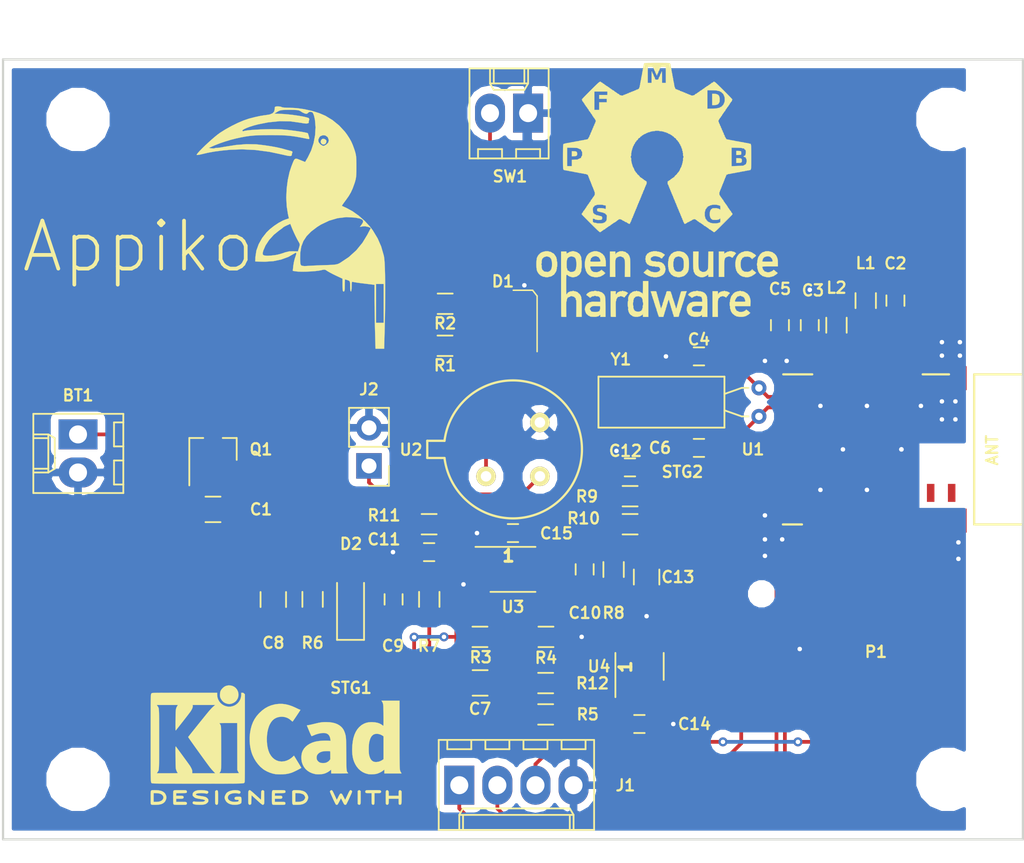
<source format=kicad_pcb>
(kicad_pcb (version 4) (host pcbnew 4.0.7)
  (layers (0 F.Cu signal) (31 B.Cu signal) (34 B.Paste user) (35 F.Paste user) (36 B.SilkS user) (37 F.SilkS user) (38 B.Mask user) (39 F.Mask user) (44 Edge.Cuts user))
  (net 0 "")
  (net 1 "Net-(BT1-Pad1)")
  (net 2 GND)
  (net 3 VDD)
  (net 4 /DEC4)
  (net 5 /LFCLK_XL1)
  (net 6 /LFCLK_XL2)
  (net 7 "Net-(C7-Pad1)")
  (net 8 /OUT_A)
  (net 9 "Net-(C8-Pad1)")
  (net 10 "Net-(C9-Pad2)")
  (net 11 "Net-(C10-Pad1)")
  (net 12 "Net-(C10-Pad2)")
  (net 13 /PIR_OUT)
  (net 14 /AMP_SIGNAL)
  (net 15 /AMP_OFFSET)
  (net 16 /LED_SENSE)
  (net 17 "Net-(D1-Pad2)")
  (net 18 "Net-(L1-Pad2)")
  (net 19 /DCC)
  (net 20 /GPIO2)
  (net 21 /GPIO1)
  (net 22 /TX)
  (net 23 /RX)
  (net 24 /RESET)
  (net 25 /SWDCLK)
  (net 26 /SWDIO)
  (net 27 /LED_RED)
  (net 28 /LED_GREEN)
  (net 29 /AMP_REF)
  (net 30 /BUTTON)
  (net 31 "Net-(U1-Pad41)")
  (net 32 "Net-(U1-Pad40)")
  (net 33 "Net-(U1-Pad38)")
  (net 34 "Net-(U1-Pad30)")
  (net 35 "Net-(U1-Pad29)")
  (net 36 /AUDIO_JACK_IO)
  (net 37 /FOCUS)
  (net 38 /TRIGGER)
  (net 39 "Net-(U1-Pad23)")
  (net 40 "Net-(U1-Pad22)")
  (net 41 "Net-(U1-Pad21)")
  (net 42 /MCP4012T_CS)
  (net 43 /MCP4012T_U/d)
  (net 44 "Net-(U1-Pad16)")
  (net 45 "Net-(U1-Pad15)")
  (net 46 "Net-(R12-Pad1)")
  (net 47 "Net-(U1-Pad7)")
  (net 48 "Net-(U1-Pad6)")
  (net 49 "Net-(U1-Pad28)")
  (module sense_rev3_fp:LOGO (layer F.Cu) (at 123.18 90.21)
    (fp_text reference "" hide)
    (fp_text value "" hide)
    (fp_text user Appiko (at -10.16 1.27) (layer F.SilkS) (effects (font (size 3.2 3.2) (thickness 0.25))))
  )
  (module sense_rev3_fp:prog_connect (layer F.Cu) (at 162.2 115.9 180)
    (fp_text reference P1 (at 0 -2.6 360) (layer F.SilkS) (effects (font (size 0.75 0.75))))
    (fp_text value CONN_02X05)
    (pad "" np_thru_hole circle (at 7.62 1.27 180) (size 0.8 0.8) (drill 0.8) (layers *.Cu *.Mask))
    (pad "" np_thru_hole circle (at -7.62 -1.27 180) (size 0.8 0.8) (drill 0.8) (layers *.Cu *.Mask))
    (pad 1 connect circle (at -5.08 1.27 180) (size 1 1) (layers F.Cu F.Mask) (net 26 /SWDIO))
    (pad 3 connect circle (at -2.54 1.27 180) (size 1 1) (layers F.Cu F.Mask) (net 25 /SWDCLK))
    (pad 5 connect circle (at 0 1.27 180) (size 1 1) (layers F.Cu F.Mask) (net 24 /RESET))
    (pad 7 connect circle (at 2.54 1.27 180) (size 1 1) (layers F.Cu F.Mask) (net 20 /GPIO2))
    (pad 9 connect circle (at 5.08 1.27 180) (size 1 1) (layers F.Cu F.Mask) (net 2 GND))
    (pad 10 connect circle (at 5.08 -1.27 180) (size 1 1) (layers F.Cu F.Mask) (net 2 GND))
    (pad 8 connect circle (at 2.54 -1.27 180) (size 1 1) (layers F.Cu F.Mask) (net 23 /RX))
    (pad 6 connect circle (at 0 -1.27 180) (size 1 1) (layers F.Cu F.Mask) (net 21 /GPIO1))
    (pad 4 connect circle (at -2.54 -1.27 180) (size 1 1) (layers F.Cu F.Mask) (net 3 VDD))
    (pad 2 connect circle (at -5.08 -1.27 180) (size 1 1) (layers F.Cu F.Mask) (net 22 /TX))
    (pad "" np_thru_hole circle (at -7.62 1.27 180) (size 0.8 0.8) (drill 0.8) (layers *.Cu *.Mask))
  )
  (module Capacitors_SMD:C_0805_HandSoldering (layer F.Cu) (at 146.91 113.51 90)
    (fp_text reference C13 (at 0 2.09 180) (layer F.SilkS) (effects (font (size 0.75 0.75))))
    (fp_text value 22uF)
    (pad 1 smd rect (at -1.25 0 90) (size 1.5 1.25) (layers F.Cu F.Paste F.Mask) (net 2 GND))
    (pad 2 smd rect (at 1.25 0 90) (size 1.5 1.25) (layers F.Cu F.Paste F.Mask) (net 15 /AMP_OFFSET))
  )
  (module Pin_Headers:Pin_Header_Straight_1x02_Pitch2.54mm (layer F.Cu) (at 128.4 106.1 180)
    (fp_text reference J2 (at 0 5.1 360) (layer F.SilkS) (effects (font (size 0.75 0.75))))
    (fp_text value Conn_01x02)
    (pad 1 thru_hole rect (at 0 0 180) (size 1.7 1.7) (drill 1) (layers *.Cu *.Mask) (net 13 /PIR_OUT))
    (pad 2 thru_hole oval (at 0 2.54 180) (size 1.7 1.7) (drill 1) (layers *.Cu *.Mask) (net 2 GND))
  )
  (module Resistors_SMD:R_0603_HandSoldering (layer F.Cu) (at 132.42 115 90)
    (fp_text reference R7 (at -3.1 -0.02 180) (layer F.SilkS) (effects (font (size 0.75 0.75))))
    (fp_text value 1M5)
    (pad 1 smd rect (at -1.1 0 90) (size 1.2 0.9) (layers F.Cu F.Paste F.Mask) (net 8 /OUT_A))
    (pad 2 smd rect (at 1.1 0 90) (size 1.2 0.9) (layers F.Cu F.Paste F.Mask) (net 10 "Net-(C9-Pad2)"))
  )
  (module TO_SOT_Packages_SMD:SOT-23-6_Handsoldering (layer F.Cu) (at 146.44 119.47 90)
    (fp_text reference U4 (at 0 -2.7 180) (layer F.SilkS) (effects (font (size 0.75 0.75))))
    (fp_text value MCP4012T-503E/CH)
    (pad 1 smd rect (at -1.35 -0.95 90) (size 1.56 0.65) (layers F.Cu F.Paste F.Mask) (net 3 VDD))
    (pad 2 smd rect (at -1.35 0 90) (size 1.56 0.65) (layers F.Cu F.Paste F.Mask) (net 2 GND))
    (pad 3 smd rect (at -1.35 0.95 90) (size 1.56 0.65) (layers F.Cu F.Paste F.Mask) (net 42 /MCP4012T_CS))
    (pad 4 smd rect (at 1.35 0.95 90) (size 1.56 0.65) (layers F.Cu F.Paste F.Mask) (net 43 /MCP4012T_U/d))
    (pad 6 smd rect (at 1.35 -0.95 90) (size 1.56 0.65) (layers F.Cu F.Paste F.Mask) (net 46 "Net-(R12-Pad1)"))
    (pad 5 smd rect (at 1.35 0 90) (size 1.56 0.65) (layers F.Cu F.Paste F.Mask) (net 12 "Net-(C10-Pad2)"))
  )
  (module Diodes_SMD:D_MicroMELF_Hadsoldering (layer F.Cu) (at 127.17 115 90)
    (fp_text reference D2 (at 3.7 0.03 180) (layer F.SilkS) (effects (font (size 0.75 0.75))))
    (fp_text value 1N4148)
    (pad 1 smd rect (at -1.45 0 90) (size 2.2 1.5) (layers F.Cu F.Paste F.Mask) (net 8 /OUT_A))
    (pad 2 smd rect (at 1.45 0 90) (size 2.2 1.5) (layers F.Cu F.Paste F.Mask) (net 10 "Net-(C9-Pad2)"))
  )
  (module Connectors_Molex:Molex_KK-6410-02_02x2.54mm_Straight (layer F.Cu) (at 109 104 270)
    (fp_text reference BT1 (at -2.6 0 360) (layer F.SilkS) (effects (font (size 0.75 0.75))))
    (fp_text value Battery)
    (pad 1 thru_hole rect (at 0 0 270) (size 2 2.6) (drill 1.2) (layers *.Cu *.Mask) (net 1 "Net-(BT1-Pad1)"))
    (pad 2 thru_hole oval (at 2.54 0 270) (size 2 2.6) (drill 1.2) (layers *.Cu *.Mask) (net 2 GND))
  )
  (module Mounting_Holes:MountingHole_3.2mm_M3 (layer F.Cu) (at 109 127)
    (fp_text reference "" (at 0 -4.2) (layer F.SilkS) (effects (font (size 0.75 0.75))))
    (fp_text value Mounting_Hole)
    (pad 1 np_thru_hole circle (at 0 0) (size 3.2 3.2) (drill 3.2) (layers *.Cu *.Mask))
  )
  (module Mounting_Holes:MountingHole_3.2mm_M3 (layer F.Cu) (at 109 83)
    (fp_text reference "" (at -0.6 -7.7) (layer F.SilkS) (effects (font (size 0.75 0.75))))
    (fp_text value Mounting_Hole)
    (pad 1 np_thru_hole circle (at 0 0) (size 3.2 3.2) (drill 3.2) (layers *.Cu *.Mask))
  )
  (module Mounting_Holes:MountingHole_3.2mm_M3 (layer F.Cu) (at 167 83)
    (fp_text reference "" (at 0 -4.2) (layer F.SilkS) (effects (font (size 0.75 0.75))))
    (fp_text value Mounting_Hole)
    (pad 1 np_thru_hole circle (at 0 0) (size 3.2 3.2) (drill 3.2) (layers *.Cu *.Mask))
  )
  (module Mounting_Holes:MountingHole_3.2mm_M3 (layer F.Cu) (at 167 127)
    (fp_text reference "" (at 0 -4.2) (layer F.SilkS) (effects (font (size 0.75 0.75))))
    (fp_text value Mounting_Hole)
    (pad 1 np_thru_hole circle (at 0 0) (size 3.2 3.2) (drill 3.2) (layers *.Cu *.Mask))
  )
  (module TO_SOT_Packages_SMD:SOT-23_Handsoldering (layer F.Cu) (at 118 105 90)
    (fp_text reference Q1 (at 0 3.2 180) (layer F.SilkS) (effects (font (size 0.75 0.75))))
    (fp_text value Q_PMOS_DGS)
    (pad 1 smd rect (at -1.5 -0.95 90) (size 1.9 0.8) (layers F.Cu F.Paste F.Mask) (net 2 GND))
    (pad 2 smd rect (at -1.5 0.95 90) (size 1.9 0.8) (layers F.Cu F.Paste F.Mask) (net 3 VDD))
    (pad 3 smd rect (at 1.5 0 90) (size 1.9 0.8) (layers F.Cu F.Paste F.Mask) (net 1 "Net-(BT1-Pad1)"))
  )
  (module Connectors_Molex:Molex_KK-6410-02_02x2.54mm_Straight (layer F.Cu) (at 139.01 82.58 180)
    (fp_text reference SW1 (at 1.21 -4.22 180) (layer F.SilkS) (effects (font (size 0.75 0.75))))
    (fp_text value SW_SPST)
    (pad 1 thru_hole rect (at 0 0 180) (size 2 2.6) (drill 1.2) (layers *.Cu *.Mask) (net 2 GND))
    (pad 2 thru_hole oval (at 2.54 0 180) (size 2 2.6) (drill 1.2) (layers *.Cu *.Mask) (net 30 /BUTTON))
  )
  (module Measurement_Points:Measurement_Point_Round-SMD-Pad_Small (layer F.Cu) (at 127.16 119.22)
    (fp_text reference STG1 (at 0.04 1.68) (layer F.SilkS) (effects (font (size 0.75 0.75))))
    (fp_text value TEST)
    (pad 1 smd circle (at 0 0) (size 1.5 1.5) (layers F.Cu F.Mask) (net 8 /OUT_A))
  )
  (module Measurement_Points:Measurement_Point_Round-SMD-Pad_Small (layer F.Cu) (at 149.18 108.12)
    (fp_text reference STG2 (at 0.12 -1.62) (layer F.SilkS) (effects (font (size 0.75 0.75))))
    (fp_text value TEST)
    (pad 1 smd circle (at 0 0) (size 1.5 1.5) (layers F.Cu F.Mask) (net 14 /AMP_SIGNAL))
  )
  (module sense_rev3_fp:mdbt42Q (layer F.Cu) (at 162.5 105 270)
    (fp_text reference U1 (at 0 8.5 360) (layer F.SilkS) (effects (font (size 0.75 0.75))))
    (fp_text value MDBT42Q hide)
    (fp_text user ANT (at 0.05 -7.45 270) (layer F.SilkS) (effects (font (size 0.75 0.75))))
    (pad 41 smd rect (at 2.9 -3.35 270) (size 1.2 0.5) (layers F.Cu F.Paste F.Mask) (net 31 "Net-(U1-Pad41)"))
    (pad 40 smd rect (at 2.9 -4.75 270) (size 1.2 0.5) (layers F.Cu F.Paste F.Mask) (net 32 "Net-(U1-Pad40)"))
    (pad 39 smd rect (at 4.75 -5.3 270) (size 1.6 0.9) (layers F.Cu F.Paste F.Mask) (net 2 GND))
    (pad 38 smd rect (at 4.75 -4.4 270) (size 1.6 0.5) (layers F.Cu F.Paste F.Mask) (net 33 "Net-(U1-Pad38)"))
    (pad 37 smd rect (at 4.75 -3.7 270) (size 1.6 0.5) (layers F.Cu F.Paste F.Mask) (net 26 /SWDIO))
    (pad 36 smd rect (at 4.75 -3 270) (size 1.6 0.5) (layers F.Cu F.Paste F.Mask) (net 25 /SWDCLK))
    (pad 35 smd rect (at 4.75 -2.3 270) (size 1.6 0.5) (layers F.Cu F.Paste F.Mask) (net 24 /RESET))
    (pad 34 smd rect (at 4.75 -1.6 270) (size 1.6 0.5) (layers F.Cu F.Paste F.Mask) (net 22 /TX))
    (pad 33 smd rect (at 4.75 -0.9 270) (size 1.6 0.5) (layers F.Cu F.Paste F.Mask) (net 21 /GPIO1))
    (pad 32 smd rect (at 4.75 -0.2 270) (size 1.6 0.5) (layers F.Cu F.Paste F.Mask) (net 20 /GPIO2))
    (pad 31 smd rect (at 4.75 0.5 270) (size 1.6 0.5) (layers F.Cu F.Paste F.Mask) (net 23 /RX))
    (pad 30 smd rect (at 4.75 1.2 270) (size 1.6 0.5) (layers F.Cu F.Paste F.Mask) (net 34 "Net-(U1-Pad30)"))
    (pad 29 smd rect (at 4.75 1.9 270) (size 1.6 0.5) (layers F.Cu F.Paste F.Mask) (net 35 "Net-(U1-Pad29)"))
    (pad 28 smd rect (at 4.75 2.6 270) (size 1.6 0.5) (layers F.Cu F.Paste F.Mask) (net 49 "Net-(U1-Pad28)"))
    (pad 27 smd rect (at 4.75 3.3 270) (size 1.6 0.5) (layers F.Cu F.Paste F.Mask) (net 38 /TRIGGER))
    (pad 26 smd rect (at 4.75 4 270) (size 1.6 0.5) (layers F.Cu F.Paste F.Mask) (net 37 /FOCUS))
    (pad 25 smd rect (at 4.75 4.7 270) (size 1.6 0.5) (layers F.Cu F.Paste F.Mask) (net 36 /AUDIO_JACK_IO))
    (pad 24 smd rect (at 4.2 6.25 270) (size 0.5 1.6) (layers F.Cu F.Paste F.Mask) (net 2 GND))
    (pad 23 smd rect (at 3.5 6.25 270) (size 0.5 1.6) (layers F.Cu F.Paste F.Mask) (net 39 "Net-(U1-Pad23)"))
    (pad 22 smd rect (at 2.8 6.25 270) (size 0.5 1.6) (layers F.Cu F.Paste F.Mask) (net 40 "Net-(U1-Pad22)"))
    (pad 21 smd rect (at 2.1 6.25 270) (size 0.5 1.6) (layers F.Cu F.Paste F.Mask) (net 41 "Net-(U1-Pad21)"))
    (pad 20 smd rect (at 1.4 6.25 270) (size 0.5 1.6) (layers F.Cu F.Paste F.Mask) (net 42 /MCP4012T_CS))
    (pad 19 smd rect (at 0.7 6.25 270) (size 0.5 1.6) (layers F.Cu F.Paste F.Mask) (net 43 /MCP4012T_U/d))
    (pad 18 smd rect (at 0 6.25 270) (size 0.5 1.6) (layers F.Cu F.Paste F.Mask) (net 15 /AMP_OFFSET))
    (pad 17 smd rect (at -0.7 6.25 270) (size 0.5 1.6) (layers F.Cu F.Paste F.Mask) (net 14 /AMP_SIGNAL))
    (pad 16 smd rect (at -1.4 6.25 270) (size 0.5 1.6) (layers F.Cu F.Paste F.Mask) (net 44 "Net-(U1-Pad16)"))
    (pad 15 smd rect (at -2.1 6.25 270) (size 0.5 1.6) (layers F.Cu F.Paste F.Mask) (net 45 "Net-(U1-Pad15)"))
    (pad 14 smd rect (at -2.8 6.25 270) (size 0.5 1.6) (layers F.Cu F.Paste F.Mask) (net 6 /LFCLK_XL2))
    (pad 13 smd rect (at -3.5 6.25 270) (size 0.5 1.6) (layers F.Cu F.Paste F.Mask) (net 5 /LFCLK_XL1))
    (pad 11 smd rect (at -4.75 4 270) (size 1.6 0.5) (layers F.Cu F.Paste F.Mask) (net 3 VDD))
    (pad 10 smd rect (at -4.75 3.3 270) (size 1.6 0.5) (layers F.Cu F.Paste F.Mask) (net 19 /DCC))
    (pad 9 smd rect (at -4.75 2.6 270) (size 1.6 0.5) (layers F.Cu F.Paste F.Mask) (net 4 /DEC4))
    (pad 8 smd rect (at -4.75 1.9 270) (size 1.6 0.5) (layers F.Cu F.Paste F.Mask) (net 3 VDD))
    (pad 7 smd rect (at -4.75 1.2 270) (size 1.6 0.5) (layers F.Cu F.Paste F.Mask) (net 47 "Net-(U1-Pad7)"))
    (pad 6 smd rect (at -4.75 0.5 270) (size 1.6 0.5) (layers F.Cu F.Paste F.Mask) (net 48 "Net-(U1-Pad6)"))
    (pad 5 smd rect (at -4.75 -0.2 270) (size 1.6 0.5) (layers F.Cu F.Paste F.Mask) (net 16 /LED_SENSE))
    (pad 4 smd rect (at -4.75 -0.9 270) (size 1.6 0.5) (layers F.Cu F.Paste F.Mask) (net 28 /LED_GREEN))
    (pad 3 smd rect (at -4.75 -1.6 270) (size 1.6 0.5) (layers F.Cu F.Paste F.Mask) (net 27 /LED_RED))
    (pad 1 smd rect (at -4.75 -5.3 270) (size 1.6 0.9) (layers F.Cu F.Paste F.Mask) (net 2 GND))
    (pad 2 smd rect (at -4.75 -2.3 270) (size 1.6 0.5) (layers F.Cu F.Paste F.Mask) (net 30 /BUTTON))
    (pad 12 smd rect (at -4.3 6.25 270) (size 0.5 1.6) (layers F.Cu F.Paste F.Mask) (net 2 GND))
  )
  (module sense_rev3_fp:PIR_TO5 (layer F.Cu) (at 138 105)
    (fp_text reference U2 (at -6.8 0.02 180) (layer F.SilkS) (effects (font (size 0.75 0.75))))
    (fp_text value PIR)
    (pad 1 thru_hole circle (at -1.796 1.796) (size 1.3 1.3) (drill 0.7) (layers *.Cu *.Mask F.SilkS) (net 3 VDD))
    (pad 3 thru_hole circle (at 1.796 -1.796) (size 1.3 1.3) (drill 0.7) (layers *.Cu *.Mask F.SilkS) (net 2 GND))
    (pad 2 thru_hole circle (at 1.796 1.796) (size 1.3 1.3) (drill 0.7) (layers *.Cu *.Mask F.SilkS) (net 13 /PIR_OUT))
  )
  (module Housings_SSOP:SSOP-8_2.95x2.8mm_Pitch0.65mm (layer F.Cu) (at 138 113)
    (fp_text reference U3 (at 0 2.5 180) (layer F.SilkS) (effects (font (size 0.75 0.75))))
    (fp_text value TLV8802)
    (pad 1 smd rect (at -1.7 -0.975 270) (size 0.3 1.6) (layers F.Cu F.Paste F.Mask) (net 8 /OUT_A))
    (pad 2 smd rect (at -1.7 -0.325 270) (size 0.3 1.6) (layers F.Cu F.Paste F.Mask) (net 10 "Net-(C9-Pad2)"))
    (pad 3 smd rect (at -1.7 0.325 270) (size 0.3 1.6) (layers F.Cu F.Paste F.Mask) (net 13 /PIR_OUT))
    (pad 4 smd rect (at -1.7 0.975 270) (size 0.3 1.6) (layers F.Cu F.Paste F.Mask) (net 2 GND))
    (pad 5 smd rect (at 1.7 0.975 270) (size 0.3 1.6) (layers F.Cu F.Paste F.Mask) (net 29 /AMP_REF))
    (pad 6 smd rect (at 1.7 0.325 270) (size 0.3 1.6) (layers F.Cu F.Paste F.Mask) (net 12 "Net-(C10-Pad2)"))
    (pad 7 smd rect (at 1.7 -0.325 270) (size 0.3 1.6) (layers F.Cu F.Paste F.Mask) (net 11 "Net-(C10-Pad1)"))
    (pad 8 smd rect (at 1.7 -0.975 270) (size 0.3 1.6) (layers F.Cu F.Paste F.Mask) (net 3 VDD))
  )
  (module Crystals:Crystal_C38-LF_d3.0mm_l8.0mm_Horizontal (layer F.Cu) (at 154.4 100.9 270)
    (fp_text reference Y1 (at -1.9 9.2 540) (layer F.SilkS) (effects (font (size 0.75 0.75))))
    (fp_text value Crystal)
    (pad 1 thru_hole circle (at 0 0 270) (size 1 1) (drill 0.5) (layers *.Cu *.Mask) (net 5 /LFCLK_XL1))
    (pad 2 thru_hole circle (at 1.9 0 270) (size 1 1) (drill 0.5) (layers *.Cu *.Mask) (net 6 /LFCLK_XL2))
  )
  (module Capacitors_SMD:C_0603_HandSoldering (layer F.Cu) (at 163.5 95.08 270)
    (fp_text reference C2 (at -2.48 0 360) (layer F.SilkS) (effects (font (size 0.75 0.75))))
    (fp_text value 1uF)
    (pad 1 smd rect (at -0.95 0 270) (size 1.2 0.75) (layers F.Cu F.Paste F.Mask) (net 2 GND))
    (pad 2 smd rect (at 0.95 0 270) (size 1.2 0.75) (layers F.Cu F.Paste F.Mask) (net 4 /DEC4))
  )
  (module Capacitors_SMD:C_0603_HandSoldering (layer F.Cu) (at 157.79 96.72 270)
    (fp_text reference C3 (at -2.32 -0.21 360) (layer F.SilkS) (effects (font (size 0.75 0.75))))
    (fp_text value 1uF)
    (pad 1 smd rect (at -0.95 0 270) (size 1.2 0.75) (layers F.Cu F.Paste F.Mask) (net 2 GND))
    (pad 2 smd rect (at 0.95 0 270) (size 1.2 0.75) (layers F.Cu F.Paste F.Mask) (net 3 VDD))
  )
  (module Capacitors_SMD:C_0603_HandSoldering (layer F.Cu) (at 150.4 98.8)
    (fp_text reference C4 (at 0 -1.13 180) (layer F.SilkS) (effects (font (size 0.75 0.75))))
    (fp_text value 8pF)
    (pad 1 smd rect (at -0.95 0) (size 1.2 0.75) (layers F.Cu F.Paste F.Mask) (net 2 GND))
    (pad 2 smd rect (at 0.95 0) (size 1.2 0.75) (layers F.Cu F.Paste F.Mask) (net 5 /LFCLK_XL1))
  )
  (module Capacitors_SMD:C_0603_HandSoldering (layer F.Cu) (at 155.8 96.72 270)
    (fp_text reference C5 (at -2.42 0 360) (layer F.SilkS) (effects (font (size 0.75 0.75))))
    (fp_text value 100nF)
    (pad 1 smd rect (at -0.95 0 270) (size 1.2 0.75) (layers F.Cu F.Paste F.Mask) (net 2 GND))
    (pad 2 smd rect (at 0.95 0 270) (size 1.2 0.75) (layers F.Cu F.Paste F.Mask) (net 3 VDD))
  )
  (module Capacitors_SMD:C_0603_HandSoldering (layer F.Cu) (at 150.4 104.9)
    (fp_text reference C6 (at -2.6 0 180) (layer F.SilkS) (effects (font (size 0.75 0.75))))
    (fp_text value 8pF)
    (pad 1 smd rect (at -0.95 0) (size 1.2 0.75) (layers F.Cu F.Paste F.Mask) (net 2 GND))
    (pad 2 smd rect (at 0.95 0) (size 1.2 0.75) (layers F.Cu F.Paste F.Mask) (net 6 /LFCLK_XL2))
  )
  (module Capacitors_SMD:C_0603_HandSoldering (layer F.Cu) (at 130.04 115 90)
    (fp_text reference C9 (at -3.1 -0.04 360) (layer F.SilkS) (effects (font (size 0.75 0.75))))
    (fp_text value 6.8nF)
    (pad 1 smd rect (at -0.95 0 90) (size 1.2 0.75) (layers F.Cu F.Paste F.Mask) (net 8 /OUT_A))
    (pad 2 smd rect (at 0.95 0 90) (size 1.2 0.75) (layers F.Cu F.Paste F.Mask) (net 10 "Net-(C9-Pad2)"))
  )
  (module Capacitors_SMD:C_0603_HandSoldering (layer F.Cu) (at 142.78 113 270)
    (fp_text reference C10 (at 2.9 -0.02 360) (layer F.SilkS) (effects (font (size 0.75 0.75))))
    (fp_text value 6.8nF)
    (pad 1 smd rect (at -0.95 0 270) (size 1.2 0.75) (layers F.Cu F.Paste F.Mask) (net 11 "Net-(C10-Pad1)"))
    (pad 2 smd rect (at 0.95 0 270) (size 1.2 0.75) (layers F.Cu F.Paste F.Mask) (net 12 "Net-(C10-Pad2)"))
  )
  (module Capacitors_SMD:C_0603_HandSoldering (layer F.Cu) (at 132.41 111.85 180)
    (fp_text reference C11 (at 3.01 0.85 360) (layer F.SilkS) (effects (font (size 0.75 0.75))))
    (fp_text value 100nF)
    (pad 1 smd rect (at -0.95 0 180) (size 1.2 0.75) (layers F.Cu F.Paste F.Mask) (net 13 /PIR_OUT))
    (pad 2 smd rect (at 0.95 0 180) (size 1.2 0.75) (layers F.Cu F.Paste F.Mask) (net 2 GND))
  )
  (module Capacitors_SMD:C_0603_HandSoldering (layer F.Cu) (at 145.8 106.2)
    (fp_text reference C12 (at -0.3 -1.1 180) (layer F.SilkS) (effects (font (size 0.75 0.75))))
    (fp_text value 100pF)
    (pad 1 smd rect (at -0.95 0) (size 1.2 0.75) (layers F.Cu F.Paste F.Mask) (net 2 GND))
    (pad 2 smd rect (at 0.95 0) (size 1.2 0.75) (layers F.Cu F.Paste F.Mask) (net 14 /AMP_SIGNAL))
  )
  (module Resistors_SMD:R_0603_HandSoldering (layer F.Cu) (at 133.47 98.09 180)
    (fp_text reference R1 (at 0 -1.31 180) (layer F.SilkS) (effects (font (size 0.75 0.75))))
    (fp_text value 22E)
    (pad 1 smd rect (at -1.1 0 180) (size 1.2 0.9) (layers F.Cu F.Paste F.Mask) (net 17 "Net-(D1-Pad2)"))
    (pad 2 smd rect (at 1.1 0 180) (size 1.2 0.9) (layers F.Cu F.Paste F.Mask) (net 27 /LED_RED))
  )
  (module Resistors_SMD:R_0603_HandSoldering (layer F.Cu) (at 133.48 95.29)
    (fp_text reference R2 (at 0 1.31) (layer F.SilkS) (effects (font (size 0.75 0.75))))
    (fp_text value 22E)
    (pad 1 smd rect (at -1.1 0) (size 1.2 0.9) (layers F.Cu F.Paste F.Mask) (net 28 /LED_GREEN))
    (pad 2 smd rect (at 1.1 0) (size 1.2 0.9) (layers F.Cu F.Paste F.Mask) (net 16 /LED_SENSE))
  )
  (module Resistors_SMD:R_0603_HandSoldering (layer F.Cu) (at 135.8 117.5)
    (fp_text reference R3 (at 0.05 1.36 180) (layer F.SilkS) (effects (font (size 0.75 0.75))))
    (fp_text value 1M5)
    (pad 1 smd rect (at -1.1 0) (size 1.2 0.9) (layers F.Cu F.Paste F.Mask) (net 3 VDD))
    (pad 2 smd rect (at 1.1 0) (size 1.2 0.9) (layers F.Cu F.Paste F.Mask) (net 29 /AMP_REF))
  )
  (module Resistors_SMD:R_0603_HandSoldering (layer F.Cu) (at 140.2 117.5)
    (fp_text reference R4 (at 0 1.4 180) (layer F.SilkS) (effects (font (size 0.75 0.75))))
    (fp_text value 1M5)
    (pad 1 smd rect (at -1.1 0) (size 1.2 0.9) (layers F.Cu F.Paste F.Mask) (net 29 /AMP_REF))
    (pad 2 smd rect (at 1.1 0) (size 1.2 0.9) (layers F.Cu F.Paste F.Mask) (net 2 GND))
  )
  (module Resistors_SMD:R_0603_HandSoldering (layer F.Cu) (at 140.18 122.67 180)
    (fp_text reference R5 (at -2.8 0 180) (layer F.SilkS) (effects (font (size 0.75 0.75))))
    (fp_text value 33k)
    (pad 1 smd rect (at -1.1 0 180) (size 1.2 0.9) (layers F.Cu F.Paste F.Mask) (net 46 "Net-(R12-Pad1)"))
    (pad 2 smd rect (at 1.1 0 180) (size 1.2 0.9) (layers F.Cu F.Paste F.Mask) (net 7 "Net-(C7-Pad1)"))
  )
  (module Resistors_SMD:R_0603_HandSoldering (layer F.Cu) (at 124.64 115 270)
    (fp_text reference R6 (at 2.9 0 360) (layer F.SilkS) (effects (font (size 0.75 0.75))))
    (fp_text value 33k)
    (pad 1 smd rect (at -1.1 0 270) (size 1.2 0.9) (layers F.Cu F.Paste F.Mask) (net 10 "Net-(C9-Pad2)"))
    (pad 2 smd rect (at 1.1 0 270) (size 1.2 0.9) (layers F.Cu F.Paste F.Mask) (net 9 "Net-(C8-Pad1)"))
  )
  (module Resistors_SMD:R_0603_HandSoldering (layer F.Cu) (at 144.71 113.01 270)
    (fp_text reference R8 (at 2.89 0 360) (layer F.SilkS) (effects (font (size 0.75 0.75))))
    (fp_text value 1M5)
    (pad 1 smd rect (at -1.1 0 270) (size 1.2 0.9) (layers F.Cu F.Paste F.Mask) (net 11 "Net-(C10-Pad1)"))
    (pad 2 smd rect (at 1.1 0 270) (size 1.2 0.9) (layers F.Cu F.Paste F.Mask) (net 12 "Net-(C10-Pad2)"))
  )
  (module Resistors_SMD:R_0603_HandSoldering (layer F.Cu) (at 145.81 108.12 180)
    (fp_text reference R9 (at 2.88 -0.02 180) (layer F.SilkS) (effects (font (size 0.75 0.75))))
    (fp_text value 33k)
    (pad 1 smd rect (at -1.1 0 180) (size 1.2 0.9) (layers F.Cu F.Paste F.Mask) (net 14 /AMP_SIGNAL))
    (pad 2 smd rect (at 1.1 0 180) (size 1.2 0.9) (layers F.Cu F.Paste F.Mask) (net 11 "Net-(C10-Pad1)"))
  )
  (module Resistors_SMD:R_0603_HandSoldering (layer F.Cu) (at 132.41 109.99 180)
    (fp_text reference R11 (at 3.01 0.59 180) (layer F.SilkS) (effects (font (size 0.75 0.75))))
    (fp_text value 47k)
    (pad 1 smd rect (at -1.1 0 180) (size 1.2 0.9) (layers F.Cu F.Paste F.Mask) (net 13 /PIR_OUT))
    (pad 2 smd rect (at 1.1 0 180) (size 1.2 0.9) (layers F.Cu F.Paste F.Mask) (net 2 GND))
  )
  (module Resistors_SMD:R_0603_HandSoldering (layer F.Cu) (at 140.18 120.58 180)
    (fp_text reference R12 (at -3.12 -0.02 180) (layer F.SilkS) (effects (font (size 0.75 0.75))))
    (fp_text value 33k)
    (pad 1 smd rect (at -1.1 0 180) (size 1.2 0.9) (layers F.Cu F.Paste F.Mask) (net 46 "Net-(R12-Pad1)"))
    (pad 2 smd rect (at 1.1 0 180) (size 1.2 0.9) (layers F.Cu F.Paste F.Mask) (net 7 "Net-(C7-Pad1)"))
  )
  (module Resistors_SMD:R_0603_HandSoldering (layer F.Cu) (at 145.81 109.99 180)
    (fp_text reference R10 (at 3.1 0.39 180) (layer F.SilkS) (effects (font (size 0.75 0.75))))
    (fp_text value 33k)
    (pad 1 smd rect (at -1.1 0 180) (size 1.2 0.9) (layers F.Cu F.Paste F.Mask) (net 15 /AMP_OFFSET))
    (pad 2 smd rect (at 1.1 0 180) (size 1.2 0.9) (layers F.Cu F.Paste F.Mask) (net 11 "Net-(C10-Pad1)"))
  )
  (module Inductors_SMD:L_0603_HandSoldering (layer F.Cu) (at 161.52 95.08 90)
    (fp_text reference L1 (at 2.5 0 180) (layer F.SilkS) (effects (font (size 0.75 0.75))))
    (fp_text value 15nH)
    (pad 1 smd rect (at -1.1 0 90) (size 1.2 0.9) (layers F.Cu F.Paste F.Mask) (net 4 /DEC4))
    (pad 2 smd rect (at 1.1 0 90) (size 1.2 0.9) (layers F.Cu F.Paste F.Mask) (net 18 "Net-(L1-Pad2)"))
  )
  (module Inductors_SMD:L_0603_HandSoldering (layer F.Cu) (at 159.57 96.72 270)
    (fp_text reference L2 (at -2.5 0 360) (layer F.SilkS) (effects (font (size 0.75 0.75))))
    (fp_text value 10nH)
    (pad 1 smd rect (at -1.1 0 270) (size 1.2 0.9) (layers F.Cu F.Paste F.Mask) (net 18 "Net-(L1-Pad2)"))
    (pad 2 smd rect (at 1.1 0 270) (size 1.2 0.9) (layers F.Cu F.Paste F.Mask) (net 19 /DCC))
  )
  (module Capacitors_SMD:C_0603_HandSoldering (layer F.Cu) (at 146.43 123.31)
    (fp_text reference C14 (at 3.67 0) (layer F.SilkS) (effects (font (size 0.75 0.75))))
    (fp_text value 0.1uF)
    (pad 1 smd rect (at -0.95 0) (size 1.2 0.75) (layers F.Cu F.Paste F.Mask) (net 3 VDD))
    (pad 2 smd rect (at 0.95 0) (size 1.2 0.75) (layers F.Cu F.Paste F.Mask) (net 2 GND))
  )
  (module Capacitors_SMD:C_0603_HandSoldering (layer F.Cu) (at 138 110.58 180)
    (fp_text reference C15 (at -2.9 -0.02 180) (layer F.SilkS) (effects (font (size 0.75 0.75))))
    (fp_text value 0.1uF)
    (pad 1 smd rect (at -0.95 0 180) (size 1.2 0.75) (layers F.Cu F.Paste F.Mask) (net 3 VDD))
    (pad 2 smd rect (at 0.95 0 180) (size 1.2 0.75) (layers F.Cu F.Paste F.Mask) (net 2 GND))
  )
  (module Capacitors_SMD:C_0805_HandSoldering (layer F.Cu) (at 135.81 120.57 180)
    (fp_text reference C7 (at 0.01 -1.73 180) (layer F.SilkS) (effects (font (size 0.75 0.75))))
    (fp_text value 22uF)
    (pad 1 smd rect (at -1.25 0 180) (size 1.5 1.25) (layers F.Cu F.Paste F.Mask) (net 7 "Net-(C7-Pad1)"))
    (pad 2 smd rect (at 1.25 0 180) (size 1.5 1.25) (layers F.Cu F.Paste F.Mask) (net 8 /OUT_A))
  )
  (module Capacitors_SMD:C_0805_HandSoldering (layer F.Cu) (at 122.02 115.01 90)
    (fp_text reference C8 (at -2.89 0 180) (layer F.SilkS) (effects (font (size 0.75 0.75))))
    (fp_text value 22uF)
    (pad 1 smd rect (at -1.25 0 90) (size 1.5 1.25) (layers F.Cu F.Paste F.Mask) (net 9 "Net-(C8-Pad1)"))
    (pad 2 smd rect (at 1.25 0 90) (size 1.5 1.25) (layers F.Cu F.Paste F.Mask) (net 2 GND))
  )
  (module Capacitors_SMD:C_0805_HandSoldering (layer F.Cu) (at 118 109 180)
    (fp_text reference C1 (at -3.2 0 180) (layer F.SilkS) (effects (font (size 0.75 0.75))))
    (fp_text value 10uF)
    (pad 1 smd rect (at -1.25 0 180) (size 1.5 1.25) (layers F.Cu F.Paste F.Mask) (net 3 VDD))
    (pad 2 smd rect (at 1.25 0 180) (size 1.5 1.25) (layers F.Cu F.Paste F.Mask) (net 2 GND))
  )
  (module sense_rev3_fp:Molex_KK-6410-04_04x2.54mm_Straight (layer F.Cu) (at 134.42 127.39)
    (fp_text reference J1 (at 11.08 0.01) (layer F.SilkS) (effects (font (size 0.75 0.75))))
    (fp_text value Audio-Jack-4)
    (pad A thru_hole rect (at 0 0) (size 2 2.6) (drill 1.2) (layers *.Cu *.Mask) (net 38 /TRIGGER))
    (pad B thru_hole oval (at 2.54 0) (size 2 2.6) (drill 1.2) (layers *.Cu *.Mask) (net 37 /FOCUS))
    (pad C thru_hole oval (at 5.08 0) (size 2 2.6) (drill 1.2) (layers *.Cu *.Mask) (net 36 /AUDIO_JACK_IO))
    (pad D thru_hole oval (at 7.62 0) (size 2 2.6) (drill 1.2) (layers *.Cu *.Mask) (net 2 GND))
  )
  (module sense_rev3_fp:OSHW1 (layer F.Cu) (at 147.6 87.7)
    (fp_text reference G*** hide)
    (fp_text value LOGO hide)
  )
  (module sense_rev3_fp:KiCad-Logo2_8mm_SilkScreen (layer F.Cu) (at 122.2 124.7)
    (fp_text reference "" hide)
    (fp_text value KiCad-Logo2_8mm_SilkScreen hide)
  )
  (module "sense_rev3_fp:XZMDKVG45S(V4-X)" (layer F.Cu) (at 138.01 96.68 90)
    (fp_text reference D1 (at 2.88 -0.68 360) (layer F.SilkS) (effects (font (size 0.75 0.75))))
    (fp_text value LED_GREEN/RED)
    (pad 1 smd rect (at 1.4 0.725 90) (size 1.2 0.9) (layers F.Cu F.Paste F.Mask) (net 2 GND))
    (pad 4 smd rect (at 1.4 -0.725 90) (size 1.2 0.9) (layers F.Cu F.Paste F.Mask) (net 16 /LED_SENSE))
    (pad 3 smd rect (at -1.4 -0.725 90) (size 1.2 0.9) (layers F.Cu F.Paste F.Mask) (net 2 GND))
    (pad 2 smd rect (at -1.4 0.725 90) (size 1.2 0.9) (layers F.Cu F.Paste F.Mask) (net 17 "Net-(D1-Pad2)"))
  )
  (gr_text 1 (at 145.5 119.5 90) (layer F.SilkS) (effects (font (size 0.8 0.8) (thickness 0.2))))
  (gr_text 1 (at 137.7 112.1) (layer F.SilkS) (effects (font (size 0.8 0.8) (thickness 0.2))))
  (gr_line (start 104 79) (end 104 131) (angle 90) (layer Edge.Cuts) (width 0.15))
  (gr_line (start 172 79) (end 104 79) (angle 90) (layer Edge.Cuts) (width 0.15))
  (gr_line (start 172 131) (end 172 79) (angle 90) (layer Edge.Cuts) (width 0.15))
  (gr_line (start 104 131) (end 172 131) (angle 90) (layer Edge.Cuts) (width 0.15))
  (segment (start 118 103.5) (end 116.77 103.5) (width 0.25) (layer F.Cu) (net 1))
  (segment (start 109 104) (end 116.27 104) (width 0.25) (layer F.Cu) (net 1))
  (segment (start 116.27 104) (end 116.77 103.5) (width 0.25) (layer F.Cu) (net 1))
  (segment (start 138.42 96.7) (end 138.735 96.385) (width 0.25) (layer F.Cu) (net 2))
  (segment (start 138.735 96.385) (end 138.735 95.28) (width 0.25) (layer F.Cu) (net 2))
  (segment (start 137.815 96.7) (end 138.42 96.7) (width 0.25) (layer F.Cu) (net 2))
  (segment (start 137.285 98.08) (end 137.285 97.23) (width 0.25) (layer F.Cu) (net 2))
  (segment (start 137.285 97.23) (end 137.815 96.7) (width 0.25) (layer F.Cu) (net 2))
  (segment (start 166.6 98.75) (end 166.6 99.174264) (width 0.25) (layer B.Cu) (net 2))
  (segment (start 166.6 99.174264) (end 166.6 101.8) (width 0.25) (layer B.Cu) (net 2))
  (segment (start 166.6 98.75) (end 167.8 98.75) (width 0.25) (layer B.Cu) (net 2))
  (segment (start 166.6 97.85) (end 166.6 98.75) (width 0.25) (layer B.Cu) (net 2))
  (segment (start 166.6 97.85) (end 167.8 97.85) (width 0.25) (layer B.Cu) (net 2))
  (segment (start 158.5 106.5) (end 160 105) (width 0.25) (layer B.Cu) (net 2))
  (segment (start 158.5 103.5) (end 160 105) (width 0.25) (layer B.Cu) (net 2))
  (segment (start 161.6 103.4) (end 160 105) (width 0.25) (layer B.Cu) (net 2))
  (segment (start 160 105) (end 161.6 106.6) (width 0.25) (layer B.Cu) (net 2))
  (segment (start 163.31 107.7) (end 163.9 107.11) (width 0.25) (layer B.Cu) (net 2))
  (segment (start 161.6 107.7) (end 163.31 107.7) (width 0.25) (layer B.Cu) (net 2))
  (segment (start 158.11 112.3) (end 167.7 112.3) (width 0.25) (layer B.Cu) (net 2))
  (segment (start 154.8 112.1) (end 155.93 112.1) (width 0.25) (layer B.Cu) (net 2))
  (segment (start 155.93 112.1) (end 157.12 113.29) (width 0.25) (layer B.Cu) (net 2))
  (segment (start 157.12 118.31) (end 157.12 113.29) (width 0.25) (layer B.Cu) (net 2))
  (segment (start 157.12 113.29) (end 158.11 112.3) (width 0.25) (layer B.Cu) (net 2))
  (segment (start 137.85 108.33) (end 137.85 105.15) (width 0.25) (layer B.Cu) (net 2))
  (segment (start 137.85 105.15) (end 139.796 103.204) (width 0.25) (layer B.Cu) (net 2))
  (segment (start 135.6 110.58) (end 137.85 108.33) (width 0.25) (layer B.Cu) (net 2))
  (segment (start 135.6 110.58) (end 131.27 110.58) (width 0.25) (layer B.Cu) (net 2))
  (segment (start 131.27 110.58) (end 130 111.85) (width 0.25) (layer B.Cu) (net 2))
  (segment (start 163.9 107.11) (end 163.9 105) (width 0.25) (layer B.Cu) (net 2))
  (segment (start 157.36 99.61) (end 157.36 100.96) (width 0.25) (layer B.Cu) (net 2))
  (segment (start 157.36 100.96) (end 158.5 102.1) (width 0.25) (layer B.Cu) (net 2))
  (segment (start 157.149999 99.399999) (end 157.36 99.61) (width 0.25) (layer B.Cu) (net 2))
  (segment (start 156.25 99.1) (end 156.549999 99.399999) (width 0.25) (layer B.Cu) (net 2))
  (segment (start 156.549999 99.399999) (end 157.149999 99.399999) (width 0.25) (layer B.Cu) (net 2))
  (segment (start 157.79 94.36) (end 157.79 97.56) (width 0.25) (layer B.Cu) (net 2))
  (segment (start 157.79 97.56) (end 156.25 99.1) (width 0.25) (layer B.Cu) (net 2))
  (segment (start 157.79 94.36) (end 157.79 95.77) (width 0.25) (layer F.Cu) (net 2))
  (segment (start 148.2 98.8) (end 154.500001 98.800001) (width 0.25) (layer B.Cu) (net 2))
  (segment (start 154.500001 98.800001) (end 154.8 99.1) (width 0.25) (layer B.Cu) (net 2))
  (segment (start 144.9 99) (end 145.1 98.8) (width 0.25) (layer B.Cu) (net 2))
  (segment (start 145.1 98.8) (end 148.2 98.8) (width 0.25) (layer B.Cu) (net 2))
  (segment (start 144.9 105.1) (end 144.9 99) (width 0.25) (layer B.Cu) (net 2))
  (segment (start 144.85 106.2) (end 144.85 105.15) (width 0.25) (layer F.Cu) (net 2))
  (segment (start 144.85 105.15) (end 144.9 105.1) (width 0.25) (layer F.Cu) (net 2))
  (via (at 144.9 105.1) (size 0.6) (drill 0.3) (layers F.Cu B.Cu) (net 2))
  (segment (start 146.4 94.06) (end 138.76 94.06) (width 0.25) (layer B.Cu) (net 2))
  (segment (start 148.2 98.8) (end 148.2 95.86) (width 0.25) (layer B.Cu) (net 2))
  (segment (start 148.2 95.86) (end 146.4 94.06) (width 0.25) (layer B.Cu) (net 2))
  (segment (start 149.45 98.8) (end 148.2 98.8) (width 0.25) (layer F.Cu) (net 2))
  (via (at 148.2 98.8) (size 0.6) (drill 0.3) (layers F.Cu B.Cu) (net 2))
  (segment (start 149.45 104.9) (end 149.45 98.8) (width 0.25) (layer F.Cu) (net 2))
  (segment (start 136.075736 115.8) (end 141.6 115.8) (width 0.25) (layer B.Cu) (net 2))
  (segment (start 142.58 116.78) (end 141.6 115.8) (width 0.25) (layer B.Cu) (net 2))
  (segment (start 142.58 117.5) (end 142.58 116.78) (width 0.25) (layer B.Cu) (net 2))
  (segment (start 134.7 114) (end 134.7 114.424264) (width 0.25) (layer B.Cu) (net 2))
  (segment (start 134.7 114.424264) (end 136.075736 115.8) (width 0.25) (layer B.Cu) (net 2))
  (segment (start 130 111.85) (end 132.55 111.85) (width 0.25) (layer B.Cu) (net 2))
  (segment (start 132.55 111.85) (end 134.7 114) (width 0.25) (layer B.Cu) (net 2))
  (segment (start 134.7 114) (end 134.7 111.48) (width 0.25) (layer B.Cu) (net 2))
  (segment (start 134.7 111.48) (end 135.300001 110.879999) (width 0.25) (layer B.Cu) (net 2))
  (segment (start 135.300001 110.879999) (end 135.6 110.58) (width 0.25) (layer B.Cu) (net 2))
  (segment (start 136.3 113.975) (end 134.725 113.975) (width 0.25) (layer F.Cu) (net 2))
  (segment (start 134.725 113.975) (end 134.7 114) (width 0.25) (layer F.Cu) (net 2))
  (via (at 134.7 114) (size 0.6) (drill 0.3) (layers F.Cu B.Cu) (net 2))
  (segment (start 165.2 102.1) (end 165.7 102.1) (width 0.25) (layer B.Cu) (net 2))
  (segment (start 165.7 102.1) (end 166.6 103) (width 0.25) (layer B.Cu) (net 2))
  (segment (start 167.5 101.8) (end 167.5 103) (width 0.25) (layer B.Cu) (net 2))
  (segment (start 166.6 103) (end 166.6 101.8) (width 0.25) (layer B.Cu) (net 2))
  (segment (start 161.6 102.1) (end 162.024264 102.1) (width 0.25) (layer B.Cu) (net 2))
  (segment (start 162.024264 102.1) (end 165.2 102.1) (width 0.25) (layer B.Cu) (net 2))
  (segment (start 160 105) (end 163.9 105) (width 0.25) (layer B.Cu) (net 2))
  (segment (start 161.6 107.7) (end 161.6 102.1) (width 0.25) (layer B.Cu) (net 2))
  (segment (start 158.5 102.1) (end 158.5 107.7) (width 0.25) (layer B.Cu) (net 2))
  (segment (start 123.85 111.85) (end 122.86 110.86) (width 0.25) (layer B.Cu) (net 2))
  (segment (start 122.86 110.86) (end 122.86 106.54) (width 0.25) (layer B.Cu) (net 2))
  (segment (start 130 111.85) (end 123.85 111.85) (width 0.25) (layer B.Cu) (net 2))
  (segment (start 130 111.85) (end 122.65 111.85) (width 0.25) (layer F.Cu) (net 2))
  (segment (start 131.46 111.85) (end 130 111.85) (width 0.25) (layer F.Cu) (net 2))
  (via (at 130 111.85) (size 0.6) (drill 0.3) (layers F.Cu B.Cu) (net 2))
  (segment (start 122.86 106.54) (end 125.84 103.56) (width 0.25) (layer B.Cu) (net 2))
  (segment (start 125.84 103.56) (end 128.4 103.56) (width 0.25) (layer B.Cu) (net 2))
  (segment (start 109 106.54) (end 122.86 106.54) (width 0.25) (layer B.Cu) (net 2))
  (segment (start 122.02 112.48) (end 122.02 113.76) (width 0.25) (layer F.Cu) (net 2))
  (segment (start 122.65 111.85) (end 122.02 112.48) (width 0.25) (layer F.Cu) (net 2))
  (segment (start 138.76 94.06) (end 138.76 82.83) (width 0.25) (layer B.Cu) (net 2))
  (segment (start 138.76 82.83) (end 139.01 82.58) (width 0.25) (layer B.Cu) (net 2))
  (segment (start 166.6 103) (end 167.5 103) (width 0.25) (layer B.Cu) (net 2))
  (via (at 167.5 103) (size 0.6) (drill 0.3) (layers F.Cu B.Cu) (net 2))
  (via (at 166.6 103) (size 0.6) (drill 0.3) (layers F.Cu B.Cu) (net 2))
  (segment (start 166.6 101.8) (end 167.5 101.8) (width 0.25) (layer B.Cu) (net 2))
  (via (at 167.5 101.8) (size 0.6) (drill 0.3) (layers F.Cu B.Cu) (net 2))
  (via (at 166.6 101.8) (size 0.6) (drill 0.3) (layers F.Cu B.Cu) (net 2))
  (segment (start 163.9 105) (end 163.9 103.4) (width 0.25) (layer B.Cu) (net 2))
  (segment (start 163.9 103.4) (end 165.2 102.1) (width 0.25) (layer B.Cu) (net 2))
  (via (at 165.2 102.1) (size 0.6) (drill 0.3) (layers F.Cu B.Cu) (net 2))
  (via (at 163.9 105) (size 0.6) (drill 0.3) (layers F.Cu B.Cu) (net 2))
  (via (at 163.9 105) (size 0.6) (drill 0.3) (layers F.Cu B.Cu) (net 2))
  (segment (start 161.6 102.1) (end 158.5 102.1) (width 0.25) (layer B.Cu) (net 2))
  (via (at 158.5 102.1) (size 0.6) (drill 0.3) (layers F.Cu B.Cu) (net 2))
  (via (at 161.6 102.1) (size 0.6) (drill 0.3) (layers F.Cu B.Cu) (net 2))
  (via (at 160 105) (size 0.6) (drill 0.3) (layers F.Cu B.Cu) (net 2))
  (segment (start 158.5 107.7) (end 161.6 107.7) (width 0.25) (layer B.Cu) (net 2))
  (via (at 161.6 107.7) (size 0.6) (drill 0.3) (layers F.Cu B.Cu) (net 2))
  (segment (start 157.7 111) (end 158.5 110.2) (width 0.25) (layer B.Cu) (net 2))
  (segment (start 158.5 110.2) (end 158.5 107.7) (width 0.25) (layer B.Cu) (net 2))
  (via (at 158.5 107.7) (size 0.6) (drill 0.3) (layers F.Cu B.Cu) (net 2))
  (segment (start 156.374264 111) (end 157.7 111) (width 0.25) (layer B.Cu) (net 2))
  (segment (start 155.95 111) (end 156.374264 111) (width 0.25) (layer B.Cu) (net 2))
  (segment (start 148.69 126.34) (end 148.69 123.31) (width 0.25) (layer B.Cu) (net 2))
  (segment (start 147.64 127.39) (end 148.69 126.34) (width 0.25) (layer B.Cu) (net 2))
  (segment (start 142.04 127.39) (end 147.64 127.39) (width 0.25) (layer B.Cu) (net 2))
  (segment (start 137.755736 117.5) (end 142.155736 117.5) (width 0.25) (layer B.Cu) (net 2))
  (segment (start 142.155736 117.5) (end 142.58 117.5) (width 0.25) (layer B.Cu) (net 2))
  (segment (start 148.69 123.31) (end 143.1 123.31) (width 0.25) (layer B.Cu) (net 2))
  (segment (start 143.1 123.31) (end 142.58 122.79) (width 0.25) (layer B.Cu) (net 2))
  (segment (start 142.58 122.79) (end 142.58 117.5) (width 0.25) (layer B.Cu) (net 2))
  (segment (start 138.76 94.06) (end 138.76 102.168) (width 0.25) (layer B.Cu) (net 2))
  (segment (start 138.76 102.168) (end 139.796 103.204) (width 0.25) (layer B.Cu) (net 2))
  (segment (start 142.58 117.5) (end 145.53 117.5) (width 0.25) (layer B.Cu) (net 2))
  (segment (start 145.53 117.5) (end 146.91 116.12) (width 0.25) (layer B.Cu) (net 2))
  (segment (start 157.12 118.31) (end 157.12 117.17) (width 0.25) (layer F.Cu) (net 2))
  (segment (start 138.755 95.3) (end 138.755 94.065) (width 0.25) (layer F.Cu) (net 2))
  (segment (start 138.755 94.065) (end 138.76 94.06) (width 0.25) (layer F.Cu) (net 2))
  (via (at 138.76 94.06) (size 0.6) (drill 0.3) (layers F.Cu B.Cu) (net 2))
  (via (at 157.12 118.31) (size 0.6) (drill 0.3) (layers F.Cu B.Cu) (net 2))
  (segment (start 157.79 91.96) (end 157.79 94.36) (width 0.25) (layer F.Cu) (net 2))
  (via (at 157.79 94.36) (size 0.6) (drill 0.3) (layers F.Cu B.Cu) (net 2))
  (segment (start 158.23 91.52) (end 157.79 91.96) (width 0.25) (layer F.Cu) (net 2))
  (segment (start 163.18 91.52) (end 158.23 91.52) (width 0.25) (layer F.Cu) (net 2))
  (segment (start 163.5 91.84) (end 163.18 91.52) (width 0.25) (layer F.Cu) (net 2))
  (segment (start 163.5 94.13) (end 163.5 91.84) (width 0.25) (layer F.Cu) (net 2))
  (segment (start 146.91 114.76) (end 146.91 116.12) (width 0.25) (layer F.Cu) (net 2))
  (via (at 146.91 116.12) (size 0.6) (drill 0.3) (layers F.Cu B.Cu) (net 2))
  (segment (start 141.3 117.5) (end 142.58 117.5) (width 0.25) (layer F.Cu) (net 2))
  (via (at 142.58 117.5) (size 0.6) (drill 0.3) (layers F.Cu B.Cu) (net 2))
  (segment (start 147.38 123.31) (end 148.69 123.31) (width 0.25) (layer F.Cu) (net 2))
  (via (at 148.69 123.31) (size 0.6) (drill 0.3) (layers F.Cu B.Cu) (net 2))
  (segment (start 137.05 110.58) (end 135.6 110.58) (width 0.25) (layer F.Cu) (net 2))
  (via (at 135.6 110.58) (size 0.6) (drill 0.3) (layers F.Cu B.Cu) (net 2))
  (segment (start 146.44 121.95) (end 147.38 122.89) (width 0.25) (layer F.Cu) (net 2))
  (segment (start 147.38 122.89) (end 147.38 123.31) (width 0.25) (layer F.Cu) (net 2))
  (segment (start 146.44 120.82) (end 146.44 121.95) (width 0.25) (layer F.Cu) (net 2))
  (segment (start 131.31 109.99) (end 131.46 110.14) (width 0.25) (layer F.Cu) (net 2))
  (segment (start 131.46 110.14) (end 131.46 111.85) (width 0.25) (layer F.Cu) (net 2))
  (segment (start 157.12 114.63) (end 157.12 117.17) (width 0.25) (layer F.Cu) (net 2))
  (segment (start 117.05 107.62) (end 116.75 107.92) (width 0.25) (layer F.Cu) (net 2))
  (segment (start 116.75 107.92) (end 116.75 109) (width 0.25) (layer F.Cu) (net 2))
  (segment (start 117.05 106.5) (end 117.05 107.62) (width 0.25) (layer F.Cu) (net 2))
  (segment (start 155.8 95.77) (end 157.79 95.77) (width 0.25) (layer F.Cu) (net 2))
  (segment (start 156.25 99.1) (end 154.8 99.1) (width 0.25) (layer B.Cu) (net 2))
  (via (at 154.8 99.1) (size 0.6) (drill 0.3) (layers F.Cu B.Cu) (net 2))
  (segment (start 154.8 111) (end 154.8 112.1) (width 0.25) (layer B.Cu) (net 2))
  (via (at 154.8 112.1) (size 0.6) (drill 0.3) (layers F.Cu B.Cu) (net 2))
  (segment (start 154.8 111) (end 155.95 111) (width 0.25) (layer B.Cu) (net 2))
  (via (at 155.95 111) (size 0.6) (drill 0.3) (layers F.Cu B.Cu) (net 2))
  (segment (start 154.8 109.4) (end 154.8 111) (width 0.25) (layer B.Cu) (net 2))
  (via (at 154.8 111) (size 0.6) (drill 0.3) (layers F.Cu B.Cu) (net 2))
  (segment (start 167.7 111.2) (end 167.7 112.3) (width 0.25) (layer B.Cu) (net 2))
  (via (at 167.7 112.3) (size 0.6) (drill 0.3) (layers F.Cu B.Cu) (net 2))
  (segment (start 167.8 97.85) (end 167.8 98.75) (width 0.25) (layer B.Cu) (net 2))
  (via (at 167.8 97.85) (size 0.6) (drill 0.3) (layers F.Cu B.Cu) (net 2))
  (via (at 166.6 97.85) (size 0.6) (drill 0.3) (layers F.Cu B.Cu) (net 2))
  (via (at 166.6 98.75) (size 0.6) (drill 0.3) (layers F.Cu B.Cu) (net 2))
  (segment (start 167.8 100.25) (end 167.8 98.75) (width 0.25) (layer F.Cu) (net 2))
  (via (at 167.8 98.75) (size 0.6) (drill 0.3) (layers F.Cu B.Cu) (net 2))
  (segment (start 156.25 100.7) (end 156.25 99.1) (width 0.25) (layer F.Cu) (net 2))
  (via (at 156.25 99.1) (size 0.6) (drill 0.3) (layers F.Cu B.Cu) (net 2))
  (segment (start 167.8 109.75) (end 167.8 111.1) (width 0.25) (layer F.Cu) (net 2))
  (segment (start 167.8 111.1) (end 167.7 111.2) (width 0.25) (layer F.Cu) (net 2))
  (via (at 167.7 111.2) (size 0.6) (drill 0.3) (layers F.Cu B.Cu) (net 2))
  (segment (start 156.25 109.2) (end 155 109.2) (width 0.25) (layer F.Cu) (net 2))
  (segment (start 155 109.2) (end 154.8 109.4) (width 0.25) (layer F.Cu) (net 2))
  (via (at 154.8 109.4) (size 0.6) (drill 0.3) (layers F.Cu B.Cu) (net 2))
  (segment (start 109 106.54) (end 117.01 106.54) (width 0.25) (layer F.Cu) (net 2))
  (segment (start 117.01 106.54) (end 117.05 106.5) (width 0.25) (layer F.Cu) (net 2))
  (segment (start 160.4 101.5) (end 160.6 101.3) (width 0.25) (layer F.Cu) (net 3))
  (segment (start 160.6 101.3) (end 160.6 100.25) (width 0.25) (layer F.Cu) (net 3))
  (segment (start 158.7 101.5) (end 160.4 101.5) (width 0.25) (layer F.Cu) (net 3))
  (segment (start 158.5 101.3) (end 158.7 101.5) (width 0.25) (layer F.Cu) (net 3))
  (segment (start 158.5 100.25) (end 158.5 101.3) (width 0.25) (layer F.Cu) (net 3))
  (segment (start 134 100) (end 136.2 100) (width 0.25) (layer F.Cu) (net 3))
  (segment (start 136.2 100) (end 141.4 100) (width 0.25) (layer F.Cu) (net 3))
  (segment (start 136.204 106.796) (end 136.204 100.004) (width 0.25) (layer F.Cu) (net 3))
  (segment (start 136.204 100.004) (end 136.2 100) (width 0.25) (layer F.Cu) (net 3))
  (segment (start 141.4 104.8) (end 141.4 100) (width 0.25) (layer F.Cu) (net 3))
  (segment (start 141.4 100) (end 141.4 97.1) (width 0.25) (layer F.Cu) (net 3))
  (segment (start 125 100) (end 134 100) (width 0.25) (layer F.Cu) (net 3))
  (segment (start 124 101) (end 125 100) (width 0.25) (layer F.Cu) (net 3))
  (segment (start 124 105) (end 124 101) (width 0.25) (layer F.Cu) (net 3))
  (segment (start 122.5 106.5) (end 124 105) (width 0.25) (layer F.Cu) (net 3))
  (segment (start 118.95 106.5) (end 122.5 106.5) (width 0.25) (layer F.Cu) (net 3))
  (segment (start 122.1 124.5) (end 131.4 124.5) (width 0.25) (layer F.Cu) (net 3))
  (segment (start 131.4 124.5) (end 145.5 124.5) (width 0.25) (layer F.Cu) (net 3))
  (segment (start 131.41 117.52) (end 131.41 124.49) (width 0.25) (layer F.Cu) (net 3))
  (segment (start 131.41 124.49) (end 131.4 124.5) (width 0.25) (layer F.Cu) (net 3))
  (segment (start 145.48 123.31) (end 145.48 124.48) (width 0.25) (layer F.Cu) (net 3))
  (segment (start 145.5 124.5) (end 152 124.5) (width 0.25) (layer F.Cu) (net 3))
  (segment (start 145.48 124.48) (end 145.5 124.5) (width 0.25) (layer F.Cu) (net 3))
  (segment (start 119.25 109) (end 119.25 121.65) (width 0.25) (layer F.Cu) (net 3))
  (segment (start 119.25 121.65) (end 122.1 124.5) (width 0.25) (layer F.Cu) (net 3))
  (segment (start 141.4 111.375) (end 141.4 110.5) (width 0.25) (layer F.Cu) (net 3))
  (segment (start 141.4 110.5) (end 141.4 104.8) (width 0.25) (layer F.Cu) (net 3))
  (segment (start 138.95 110.58) (end 141.32 110.58) (width 0.25) (layer F.Cu) (net 3))
  (segment (start 141.32 110.58) (end 141.4 110.5) (width 0.25) (layer F.Cu) (net 3))
  (segment (start 153.4 96.5) (end 154.57 97.67) (width 0.25) (layer F.Cu) (net 3))
  (segment (start 154.57 97.67) (end 155.8 97.67) (width 0.25) (layer F.Cu) (net 3))
  (segment (start 142 96.5) (end 153.4 96.5) (width 0.25) (layer F.Cu) (net 3))
  (segment (start 141.4 97.1) (end 142 96.5) (width 0.25) (layer F.Cu) (net 3))
  (segment (start 139.7 112.025) (end 140.75 112.025) (width 0.25) (layer F.Cu) (net 3))
  (segment (start 140.75 112.025) (end 141.4 111.375) (width 0.25) (layer F.Cu) (net 3))
  (segment (start 162.7 124.5) (end 164.74 122.46) (width 0.25) (layer F.Cu) (net 3))
  (segment (start 164.74 122.46) (end 164.74 117.17) (width 0.25) (layer F.Cu) (net 3))
  (segment (start 157 124.5) (end 162.7 124.5) (width 0.25) (layer F.Cu) (net 3))
  (segment (start 152 124.5) (end 157 124.5) (width 0.25) (layer B.Cu) (net 3))
  (via (at 157 124.5) (size 0.6) (drill 0.3) (layers F.Cu B.Cu) (net 3))
  (via (at 152 124.5) (size 0.6) (drill 0.3) (layers F.Cu B.Cu) (net 3))
  (segment (start 133.4 117.5) (end 131.43 117.5) (width 0.25) (layer B.Cu) (net 3))
  (segment (start 131.43 117.5) (end 131.41 117.52) (width 0.25) (layer B.Cu) (net 3))
  (via (at 131.41 117.52) (size 0.6) (drill 0.3) (layers F.Cu B.Cu) (net 3))
  (segment (start 134.7 117.5) (end 133.4 117.5) (width 0.25) (layer F.Cu) (net 3))
  (via (at 133.4 117.5) (size 0.6) (drill 0.3) (layers F.Cu B.Cu) (net 3))
  (segment (start 145.49 123.32) (end 145.48 123.31) (width 0.25) (layer F.Cu) (net 3))
  (segment (start 145.49 120.82) (end 145.49 123.3) (width 0.25) (layer F.Cu) (net 3))
  (segment (start 118.95 107.65) (end 119.25 107.95) (width 0.25) (layer F.Cu) (net 3))
  (segment (start 119.25 107.95) (end 119.25 109) (width 0.25) (layer F.Cu) (net 3))
  (segment (start 118.95 106.5) (end 118.95 107.65) (width 0.25) (layer F.Cu) (net 3))
  (segment (start 155.8 97.67) (end 157.79 97.67) (width 0.25) (layer F.Cu) (net 3))
  (segment (start 158.5 100.25) (end 158.5 99.16) (width 0.25) (layer F.Cu) (net 3))
  (segment (start 158.5 99.16) (end 157.79 98.45) (width 0.25) (layer F.Cu) (net 3))
  (segment (start 157.79 98.45) (end 157.79 97.67) (width 0.25) (layer F.Cu) (net 3))
  (segment (start 136.204 106.796) (end 136.204 107.296) (width 0.25) (layer F.Cu) (net 3))
  (segment (start 161.52 96.18) (end 161.67 96.03) (width 0.25) (layer F.Cu) (net 4))
  (segment (start 161.67 96.03) (end 163.5 96.03) (width 0.25) (layer F.Cu) (net 4))
  (segment (start 161.02 98.87) (end 161.52 98.37) (width 0.25) (layer F.Cu) (net 4))
  (segment (start 161.52 98.37) (end 161.52 96.18) (width 0.25) (layer F.Cu) (net 4))
  (segment (start 160.2 98.87) (end 161.02 98.87) (width 0.25) (layer F.Cu) (net 4))
  (segment (start 159.9 99.17) (end 160.2 98.87) (width 0.25) (layer F.Cu) (net 4))
  (segment (start 159.9 100.25) (end 159.9 99.17) (width 0.25) (layer F.Cu) (net 4))
  (segment (start 154.4 100.9) (end 155 101.5) (width 0.25) (layer F.Cu) (net 5))
  (segment (start 155 101.5) (end 156.25 101.5) (width 0.25) (layer F.Cu) (net 5))
  (segment (start 151.35 98.8) (end 152.3 98.8) (width 0.25) (layer F.Cu) (net 5))
  (segment (start 152.3 98.8) (end 154.4 100.9) (width 0.25) (layer F.Cu) (net 5))
  (segment (start 154.4 102.8) (end 155 102.2) (width 0.25) (layer F.Cu) (net 6))
  (segment (start 155 102.2) (end 156.25 102.2) (width 0.25) (layer F.Cu) (net 6))
  (segment (start 151.35 104.9) (end 152.3 104.9) (width 0.25) (layer F.Cu) (net 6))
  (segment (start 152.3 104.9) (end 154.4 102.8) (width 0.25) (layer F.Cu) (net 6))
  (segment (start 139.08 120.58) (end 139.08 122.67) (width 0.25) (layer F.Cu) (net 7))
  (segment (start 137.06 120.57) (end 139.07 120.57) (width 0.25) (layer F.Cu) (net 7))
  (segment (start 139.07 120.57) (end 139.08 120.58) (width 0.25) (layer F.Cu) (net 7))
  (segment (start 127.16 119.22) (end 127.16 116.46) (width 0.25) (layer F.Cu) (net 8))
  (segment (start 127.16 116.46) (end 127.17 116.45) (width 0.25) (layer F.Cu) (net 8))
  (segment (start 132.42 116.1) (end 132.42 119.97) (width 0.25) (layer F.Cu) (net 8))
  (segment (start 132.42 119.97) (end 133.02 120.57) (width 0.25) (layer F.Cu) (net 8))
  (segment (start 133.02 120.57) (end 134.56 120.57) (width 0.25) (layer F.Cu) (net 8))
  (segment (start 136.3 112.025) (end 137.985 112.025) (width 0.25) (layer F.Cu) (net 8))
  (segment (start 137.985 112.025) (end 138.41 112.45) (width 0.25) (layer F.Cu) (net 8))
  (segment (start 138.41 112.45) (end 138.41 114.9) (width 0.25) (layer F.Cu) (net 8))
  (segment (start 138.41 114.9) (end 137.91 115.4) (width 0.25) (layer F.Cu) (net 8))
  (segment (start 133.75 116.1) (end 132.42 116.1) (width 0.25) (layer F.Cu) (net 8))
  (segment (start 137.91 115.4) (end 134.45 115.4) (width 0.25) (layer F.Cu) (net 8))
  (segment (start 134.45 115.4) (end 133.75 116.1) (width 0.25) (layer F.Cu) (net 8))
  (segment (start 130.04 115.95) (end 132.27 115.95) (width 0.25) (layer F.Cu) (net 8))
  (segment (start 132.27 115.95) (end 132.42 116.1) (width 0.25) (layer F.Cu) (net 8))
  (segment (start 127.17 116.45) (end 127.67 115.95) (width 0.25) (layer F.Cu) (net 8))
  (segment (start 127.67 115.95) (end 130.04 115.95) (width 0.25) (layer F.Cu) (net 8))
  (segment (start 124.64 116.1) (end 124.48 116.26) (width 0.25) (layer F.Cu) (net 9))
  (segment (start 124.48 116.26) (end 122.02 116.26) (width 0.25) (layer F.Cu) (net 9))
  (segment (start 127.67 114.05) (end 130.04 114.05) (width 0.25) (layer F.Cu) (net 10))
  (segment (start 134.654998 114.9) (end 137.29 114.9) (width 0.25) (layer F.Cu) (net 10))
  (segment (start 137.81 114.38) (end 137.29 114.9) (width 0.25) (layer F.Cu) (net 10))
  (segment (start 137.81 112.93) (end 137.81 114.38) (width 0.25) (layer F.Cu) (net 10))
  (segment (start 137.555 112.675) (end 137.81 112.93) (width 0.25) (layer F.Cu) (net 10))
  (segment (start 132.42 113.9) (end 133.654998 113.9) (width 0.25) (layer F.Cu) (net 10))
  (segment (start 133.654998 113.9) (end 134.654998 114.9) (width 0.25) (layer F.Cu) (net 10))
  (segment (start 137.555 112.675) (end 136.3 112.675) (width 0.25) (layer F.Cu) (net 10))
  (segment (start 130.04 114.05) (end 132.27 114.05) (width 0.25) (layer F.Cu) (net 10))
  (segment (start 132.27 114.05) (end 132.42 113.9) (width 0.25) (layer F.Cu) (net 10))
  (segment (start 127.17 113.55) (end 127.67 114.05) (width 0.25) (layer F.Cu) (net 10))
  (segment (start 124.64 113.9) (end 126.82 113.9) (width 0.25) (layer F.Cu) (net 10))
  (segment (start 126.82 113.9) (end 127.17 113.55) (width 0.25) (layer F.Cu) (net 10))
  (segment (start 144.71 108.12) (end 144.71 109.99) (width 0.25) (layer F.Cu) (net 11))
  (segment (start 144.71 111.91) (end 144.71 109.99) (width 0.25) (layer F.Cu) (net 11))
  (segment (start 142.78 112.05) (end 144.57 112.05) (width 0.25) (layer F.Cu) (net 11))
  (segment (start 144.57 112.05) (end 144.71 111.91) (width 0.25) (layer F.Cu) (net 11))
  (segment (start 141.435 112.675) (end 142.06 112.05) (width 0.25) (layer F.Cu) (net 11))
  (segment (start 142.06 112.05) (end 142.78 112.05) (width 0.25) (layer F.Cu) (net 11))
  (segment (start 139.7 112.675) (end 141.435 112.675) (width 0.25) (layer F.Cu) (net 11))
  (segment (start 144.71 115.25) (end 146.44 116.98) (width 0.25) (layer F.Cu) (net 12))
  (segment (start 144.71 114.11) (end 144.71 115.25) (width 0.25) (layer F.Cu) (net 12))
  (segment (start 142.78 113.95) (end 144.55 113.95) (width 0.25) (layer F.Cu) (net 12))
  (segment (start 144.55 113.95) (end 144.71 114.11) (width 0.25) (layer F.Cu) (net 12))
  (segment (start 141.415 113.325) (end 142.04 113.95) (width 0.25) (layer F.Cu) (net 12))
  (segment (start 142.04 113.95) (end 142.78 113.95) (width 0.25) (layer F.Cu) (net 12))
  (segment (start 139.7 113.325) (end 141.415 113.325) (width 0.25) (layer F.Cu) (net 12))
  (segment (start 146.44 116.98) (end 146.44 118.12) (width 0.25) (layer F.Cu) (net 12))
  (segment (start 134.974999 113.049999) (end 134.974999 110) (width 0.25) (layer F.Cu) (net 13))
  (segment (start 134.974999 110) (end 134.974999 108.025001) (width 0.25) (layer F.Cu) (net 13))
  (segment (start 133.51 109.99) (end 134.964999 109.99) (width 0.25) (layer F.Cu) (net 13))
  (segment (start 134.964999 109.99) (end 134.974999 110) (width 0.25) (layer F.Cu) (net 13))
  (segment (start 129.2 108) (end 135 108) (width 0.25) (layer F.Cu) (net 13))
  (segment (start 135 108) (end 138.592 108) (width 0.25) (layer F.Cu) (net 13))
  (segment (start 135.25 113.325) (end 134.974999 113.049999) (width 0.25) (layer F.Cu) (net 13))
  (segment (start 136.3 113.325) (end 135.25 113.325) (width 0.25) (layer F.Cu) (net 13))
  (segment (start 134.974999 108.025001) (end 135 108) (width 0.25) (layer F.Cu) (net 13))
  (segment (start 138.592 108) (end 139.796 106.796) (width 0.25) (layer F.Cu) (net 13))
  (segment (start 128.4 106.1) (end 128.4 107.2) (width 0.25) (layer F.Cu) (net 13))
  (segment (start 128.4 107.2) (end 129.2 108) (width 0.25) (layer F.Cu) (net 13))
  (segment (start 133.36 111.85) (end 133.36 110.14) (width 0.25) (layer F.Cu) (net 13))
  (segment (start 133.36 110.14) (end 133.51 109.99) (width 0.25) (layer F.Cu) (net 13))
  (segment (start 149.18 108.12) (end 150.24066 108.12) (width 0.25) (layer F.Cu) (net 14))
  (segment (start 150.24066 108.12) (end 154.06066 104.3) (width 0.25) (layer F.Cu) (net 14))
  (segment (start 154.06066 104.3) (end 155.2 104.3) (width 0.25) (layer F.Cu) (net 14))
  (segment (start 155.2 104.3) (end 156.25 104.3) (width 0.25) (layer F.Cu) (net 14))
  (segment (start 146.91 108.12) (end 146.91 106.36) (width 0.25) (layer F.Cu) (net 14))
  (segment (start 146.91 106.36) (end 146.75 106.2) (width 0.25) (layer F.Cu) (net 14))
  (segment (start 146.91 108.12) (end 149.18 108.12) (width 0.25) (layer F.Cu) (net 14))
  (segment (start 149.3 109.99) (end 147.76 109.99) (width 0.25) (layer F.Cu) (net 15))
  (segment (start 156.25 105) (end 154.29 105) (width 0.25) (layer F.Cu) (net 15))
  (segment (start 154.29 105) (end 149.3 109.99) (width 0.25) (layer F.Cu) (net 15))
  (segment (start 147.76 109.99) (end 146.91 109.99) (width 0.25) (layer F.Cu) (net 15))
  (segment (start 146.91 109.99) (end 146.91 112.26) (width 0.25) (layer F.Cu) (net 15))
  (segment (start 134.58 95.29) (end 137.275 95.29) (width 0.25) (layer F.Cu) (net 16))
  (segment (start 137.275 95.29) (end 137.285 95.28) (width 0.25) (layer F.Cu) (net 16))
  (segment (start 135.39 90.97) (end 134.58 91.78) (width 0.25) (layer F.Cu) (net 16))
  (segment (start 134.58 91.78) (end 134.58 95.29) (width 0.25) (layer F.Cu) (net 16))
  (segment (start 163.87 90.97) (end 135.39 90.97) (width 0.25) (layer F.Cu) (net 16))
  (segment (start 164.52 91.62) (end 163.87 90.97) (width 0.25) (layer F.Cu) (net 16))
  (segment (start 162.7 98.66) (end 164.52 96.84) (width 0.25) (layer F.Cu) (net 16))
  (segment (start 164.52 96.84) (end 164.52 91.62) (width 0.25) (layer F.Cu) (net 16))
  (segment (start 162.7 100.25) (end 162.7 98.66) (width 0.25) (layer F.Cu) (net 16))
  (segment (start 138.735 98.08) (end 138.735 98.93) (width 0.25) (layer F.Cu) (net 17))
  (segment (start 138.735 98.93) (end 138.335 99.33) (width 0.25) (layer F.Cu) (net 17))
  (segment (start 138.335 99.33) (end 134.79 99.33) (width 0.25) (layer F.Cu) (net 17))
  (segment (start 134.57 99.11) (end 134.79 99.33) (width 0.25) (layer F.Cu) (net 17))
  (segment (start 134.57 98.09) (end 134.57 99.11) (width 0.25) (layer F.Cu) (net 17))
  (segment (start 159.57 94.5) (end 160.09 93.98) (width 0.25) (layer F.Cu) (net 18))
  (segment (start 160.09 93.98) (end 161.52 93.98) (width 0.25) (layer F.Cu) (net 18))
  (segment (start 159.57 95.62) (end 159.57 94.5) (width 0.25) (layer F.Cu) (net 18))
  (segment (start 159.2 99.2) (end 159.57 98.83) (width 0.25) (layer F.Cu) (net 19))
  (segment (start 159.57 98.83) (end 159.57 97.82) (width 0.25) (layer F.Cu) (net 19))
  (segment (start 159.2 100.25) (end 159.2 99.2) (width 0.25) (layer F.Cu) (net 19))
  (segment (start 162.7 110.87) (end 160.33 113.24) (width 0.25) (layer F.Cu) (net 20))
  (segment (start 160.33 113.24) (end 159.97 113.6) (width 0.25) (layer F.Cu) (net 20))
  (segment (start 159.66 114.63) (end 159.66 113.91) (width 0.25) (layer F.Cu) (net 20))
  (segment (start 159.66 113.91) (end 160.33 113.24) (width 0.25) (layer F.Cu) (net 20))
  (segment (start 162.7 109.75) (end 162.7 110.87) (width 0.25) (layer F.Cu) (net 20))
  (segment (start 160.66 113.81) (end 160.66 115.63) (width 0.25) (layer F.Cu) (net 21))
  (segment (start 160.66 115.63) (end 162.2 117.17) (width 0.25) (layer F.Cu) (net 21))
  (segment (start 163.4 111.07) (end 161.33 113.14) (width 0.25) (layer F.Cu) (net 21))
  (segment (start 161.33 113.14) (end 160.83 113.64) (width 0.25) (layer F.Cu) (net 21))
  (segment (start 160.66 113.81) (end 161.33 113.14) (width 0.25) (layer F.Cu) (net 21))
  (segment (start 163.4 109.75) (end 163.4 111.07) (width 0.25) (layer F.Cu) (net 21))
  (segment (start 164.1 109.75) (end 164.1 111.06) (width 0.25) (layer F.Cu) (net 22))
  (segment (start 161.22 115.12) (end 162.09 115.99) (width 0.25) (layer F.Cu) (net 22))
  (segment (start 164.1 111.06) (end 161.22 113.94) (width 0.25) (layer F.Cu) (net 22))
  (segment (start 161.22 113.94) (end 161.22 115.12) (width 0.25) (layer F.Cu) (net 22))
  (segment (start 162.09 115.99) (end 166.95 115.99) (width 0.25) (layer F.Cu) (net 22))
  (segment (start 166.95 115.99) (end 167.28 116.32) (width 0.25) (layer F.Cu) (net 22))
  (segment (start 167.28 116.32) (end 167.28 117.17) (width 0.25) (layer F.Cu) (net 22))
  (segment (start 158.38 114.54) (end 158.38 115.89) (width 0.25) (layer F.Cu) (net 23))
  (segment (start 162 109.75) (end 162 110.92) (width 0.25) (layer F.Cu) (net 23))
  (segment (start 162 110.92) (end 158.38 114.54) (width 0.25) (layer F.Cu) (net 23))
  (segment (start 158.39 115.9) (end 159.66 117.17) (width 0.25) (layer F.Cu) (net 23))
  (segment (start 162.2 114.63) (end 164.8 112.03) (width 0.25) (layer F.Cu) (net 24))
  (segment (start 164.8 112.03) (end 164.8 109.75) (width 0.25) (layer F.Cu) (net 24))
  (segment (start 165.5 113.87) (end 164.74 114.63) (width 0.25) (layer F.Cu) (net 25))
  (segment (start 165.5 109.75) (end 165.5 113.87) (width 0.25) (layer F.Cu) (net 25))
  (segment (start 166.2 109.75) (end 166.2 113.55) (width 0.25) (layer F.Cu) (net 26))
  (segment (start 166.2 113.55) (end 167.28 114.63) (width 0.25) (layer F.Cu) (net 26))
  (segment (start 132.37 98.09) (end 131.01 98.09) (width 0.25) (layer F.Cu) (net 27))
  (segment (start 164.1 98.59) (end 164.1 100.25) (width 0.25) (layer F.Cu) (net 27))
  (segment (start 131.01 98.09) (end 130.77 97.85) (width 0.25) (layer F.Cu) (net 27))
  (segment (start 165.47 90.96) (end 165.47 97.22) (width 0.25) (layer F.Cu) (net 27))
  (segment (start 130.77 97.85) (end 130.77 90.16) (width 0.25) (layer F.Cu) (net 27))
  (segment (start 130.77 90.16) (end 131.54 89.39) (width 0.25) (layer F.Cu) (net 27))
  (segment (start 131.54 89.39) (end 163.9 89.39) (width 0.25) (layer F.Cu) (net 27))
  (segment (start 165.47 97.22) (end 164.1 98.59) (width 0.25) (layer F.Cu) (net 27))
  (segment (start 163.9 89.39) (end 165.47 90.96) (width 0.25) (layer F.Cu) (net 27))
  (segment (start 132.38 95.29) (end 132.38 90.97) (width 0.25) (layer F.Cu) (net 28))
  (segment (start 132.38 90.97) (end 133.11 90.24) (width 0.25) (layer F.Cu) (net 28))
  (segment (start 133.11 90.24) (end 163.93 90.24) (width 0.25) (layer F.Cu) (net 28))
  (segment (start 163.93 90.24) (end 164.98 91.29) (width 0.25) (layer F.Cu) (net 28))
  (segment (start 163.4 98.65) (end 163.4 100.25) (width 0.25) (layer F.Cu) (net 28))
  (segment (start 164.98 91.29) (end 164.98 97.07) (width 0.25) (layer F.Cu) (net 28))
  (segment (start 164.98 97.07) (end 163.4 98.65) (width 0.25) (layer F.Cu) (net 28))
  (segment (start 139.1 117.5) (end 139.1 115.76) (width 0.25) (layer F.Cu) (net 29))
  (segment (start 139.1 115.76) (end 139.7 115.16) (width 0.25) (layer F.Cu) (net 29))
  (segment (start 139.7 115.16) (end 139.7 113.975) (width 0.25) (layer F.Cu) (net 29))
  (segment (start 136.9 117.5) (end 139.1 117.5) (width 0.25) (layer F.Cu) (net 29))
  (segment (start 136.47 82.58) (end 136.47 88.06) (width 0.25) (layer F.Cu) (net 30))
  (segment (start 136.47 88.06) (end 137.32 88.91) (width 0.25) (layer F.Cu) (net 30))
  (segment (start 165.93 97.56) (end 164.8 98.69) (width 0.25) (layer F.Cu) (net 30))
  (segment (start 137.32 88.91) (end 164.1 88.91) (width 0.25) (layer F.Cu) (net 30))
  (segment (start 164.1 88.91) (end 165.93 90.74) (width 0.25) (layer F.Cu) (net 30))
  (segment (start 165.93 90.74) (end 165.93 97.56) (width 0.25) (layer F.Cu) (net 30))
  (segment (start 164.8 98.69) (end 164.8 100.25) (width 0.25) (layer F.Cu) (net 30))
  (segment (start 139.5 127.39) (end 139.5 125.99) (width 0.25) (layer F.Cu) (net 36))
  (segment (start 153.22 124.6) (end 153.22 113.5) (width 0.25) (layer F.Cu) (net 36))
  (segment (start 139.5 125.99) (end 140.01 125.48) (width 0.25) (layer F.Cu) (net 36))
  (segment (start 140.01 125.48) (end 152.34 125.48) (width 0.25) (layer F.Cu) (net 36))
  (segment (start 156.11 112.8) (end 157.8 111.11) (width 0.25) (layer F.Cu) (net 36))
  (segment (start 152.34 125.48) (end 153.22 124.6) (width 0.25) (layer F.Cu) (net 36))
  (segment (start 153.22 113.5) (end 153.92 112.8) (width 0.25) (layer F.Cu) (net 36))
  (segment (start 153.92 112.8) (end 156.11 112.8) (width 0.25) (layer F.Cu) (net 36))
  (segment (start 157.8 111.11) (end 157.8 109.75) (width 0.25) (layer F.Cu) (net 36))
  (segment (start 136.96 127.39) (end 136.96 128.94) (width 0.25) (layer F.Cu) (net 37))
  (segment (start 136.96 128.94) (end 137.48 129.46) (width 0.25) (layer F.Cu) (net 37))
  (segment (start 137.48 129.46) (end 153.74 129.46) (width 0.25) (layer F.Cu) (net 37))
  (segment (start 153.74 129.46) (end 155.57 127.63) (width 0.25) (layer F.Cu) (net 37))
  (segment (start 158.5 111.12) (end 158.5 109.75) (width 0.25) (layer F.Cu) (net 37))
  (segment (start 155.57 127.63) (end 155.57 114.05) (width 0.25) (layer F.Cu) (net 37))
  (segment (start 155.57 114.05) (end 158.5 111.12) (width 0.25) (layer F.Cu) (net 37))
  (segment (start 134.42 127.39) (end 134.42 128.94) (width 0.25) (layer F.Cu) (net 38))
  (segment (start 159.2 111.18) (end 159.2 109.75) (width 0.25) (layer F.Cu) (net 38))
  (segment (start 134.42 128.94) (end 135.47 129.99) (width 0.25) (layer F.Cu) (net 38))
  (segment (start 135.47 129.99) (end 153.84641 129.99) (width 0.25) (layer F.Cu) (net 38))
  (segment (start 153.84641 129.99) (end 156.13 127.70641) (width 0.25) (layer F.Cu) (net 38))
  (segment (start 156.13 127.70641) (end 156.13 114.25) (width 0.25) (layer F.Cu) (net 38))
  (segment (start 156.13 114.25) (end 159.2 111.18) (width 0.25) (layer F.Cu) (net 38))
  (segment (start 147.39 120.82) (end 149.05 120.82) (width 0.25) (layer F.Cu) (net 42))
  (segment (start 149.05 120.82) (end 149.59 120.28) (width 0.25) (layer F.Cu) (net 42))
  (segment (start 155.2 106.4) (end 156.25 106.4) (width 0.25) (layer F.Cu) (net 42))
  (segment (start 149.59 120.28) (end 149.59 111.11) (width 0.25) (layer F.Cu) (net 42))
  (segment (start 149.59 111.11) (end 154.3 106.4) (width 0.25) (layer F.Cu) (net 42))
  (segment (start 154.3 106.4) (end 155.2 106.4) (width 0.25) (layer F.Cu) (net 42))
  (segment (start 148.94 117.79) (end 148.94 110.98641) (width 0.25) (layer F.Cu) (net 43))
  (segment (start 148.94 110.98641) (end 154.22641 105.7) (width 0.25) (layer F.Cu) (net 43))
  (segment (start 154.22641 105.7) (end 155.2 105.7) (width 0.25) (layer F.Cu) (net 43))
  (segment (start 155.2 105.7) (end 156.25 105.7) (width 0.25) (layer F.Cu) (net 43))
  (segment (start 147.39 118.12) (end 148.61 118.12) (width 0.25) (layer F.Cu) (net 43))
  (segment (start 148.61 118.12) (end 148.94 117.79) (width 0.25) (layer F.Cu) (net 43))
  (segment (start 142.34 120.58) (end 144.8 118.12) (width 0.25) (layer F.Cu) (net 46))
  (segment (start 144.8 118.12) (end 145.49 118.12) (width 0.25) (layer F.Cu) (net 46))
  (segment (start 141.28 120.58) (end 142.34 120.58) (width 0.25) (layer F.Cu) (net 46))
  (segment (start 141.28 120.58) (end 141.28 122.67) (width 0.25) (layer F.Cu) (net 46))
  (zone (net 0) (net_name "") (layer B.Cu) (connect_pads (clearance 0.508)) (min_thickness 0.254)
    (keepout (tracks not_allowed) (vias not_allowed) (copperpour not_allowed))
    (fill yes (arc_segments 16) (thermal_gap 0.508) (thermal_bridge_width 0.508))
    (polygon (pts (xy 172 131) (xy 168.2 131) (xy 168.2 79) (xy 172 79)))
  )
  (zone (net 2) (net_name GND) (layer B.Cu) (connect_pads (clearance 0.508)) (min_thickness 0.254) (fill yes (arc_segments 16) (thermal_gap 0.508) (thermal_bridge_width 0.508))
    (polygon (pts (xy 172 131) (xy 104 131) (xy 104 79) (xy 172 79)))
  )
  (zone (net 0) (net_name "") (layer B.Cu) (connect_pads (clearance 0.508)) (min_thickness 0.254)
    (keepout (tracks not_allowed) (vias not_allowed) (copperpour not_allowed))
    (fill yes (arc_segments 16) (thermal_gap 0.508) (thermal_bridge_width 0.508))
    (polygon (pts (xy 168.1 108.9) (xy 165.1 108.9) (xy 165.1 104.6) (xy 168.1 104.6)))
  )
)
</source>
